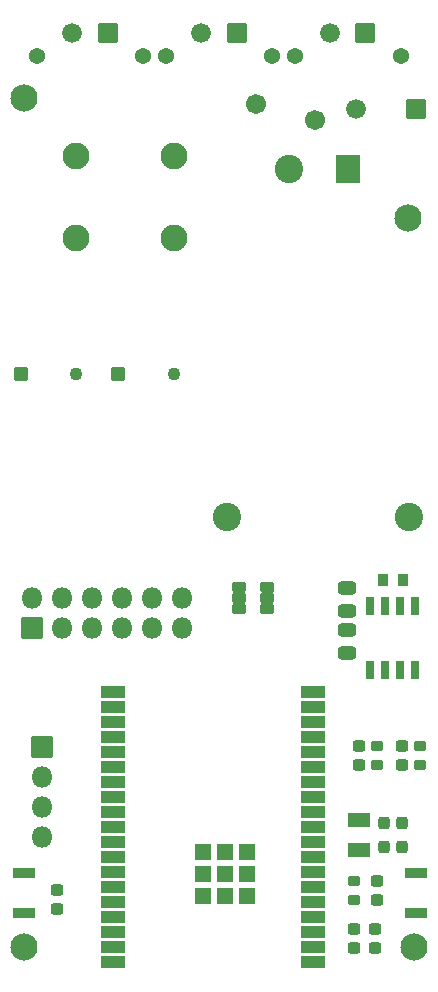
<source format=gbr>
%TF.GenerationSoftware,KiCad,Pcbnew,(5.99.0-10457-g21fde9b629)*%
%TF.CreationDate,2021-05-02T13:24:45-05:00*%
%TF.ProjectId,reptile-monitor,72657074-696c-4652-9d6d-6f6e69746f72,1*%
%TF.SameCoordinates,Original*%
%TF.FileFunction,Soldermask,Top*%
%TF.FilePolarity,Negative*%
%FSLAX46Y46*%
G04 Gerber Fmt 4.6, Leading zero omitted, Abs format (unit mm)*
G04 Created by KiCad (PCBNEW (5.99.0-10457-g21fde9b629)) date 2021-05-02 13:24:45*
%MOMM*%
%LPD*%
G01*
G04 APERTURE LIST*
G04 Aperture macros list*
%AMRoundRect*
0 Rectangle with rounded corners*
0 $1 Rounding radius*
0 $2 $3 $4 $5 $6 $7 $8 $9 X,Y pos of 4 corners*
0 Add a 4 corners polygon primitive as box body*
4,1,4,$2,$3,$4,$5,$6,$7,$8,$9,$2,$3,0*
0 Add four circle primitives for the rounded corners*
1,1,$1+$1,$2,$3*
1,1,$1+$1,$4,$5*
1,1,$1+$1,$6,$7*
1,1,$1+$1,$8,$9*
0 Add four rect primitives between the rounded corners*
20,1,$1+$1,$2,$3,$4,$5,0*
20,1,$1+$1,$4,$5,$6,$7,0*
20,1,$1+$1,$6,$7,$8,$9,0*
20,1,$1+$1,$8,$9,$2,$3,0*%
G04 Aperture macros list end*
%ADD10C,2.301600*%
%ADD11RoundRect,0.244150X0.281650X-0.244150X0.281650X0.244150X-0.281650X0.244150X-0.281650X-0.244150X0*%
%ADD12RoundRect,0.050800X-1.000000X0.450000X-1.000000X-0.450000X1.000000X-0.450000X1.000000X0.450000X0*%
%ADD13RoundRect,0.050800X-0.665000X0.665000X-0.665000X-0.665000X0.665000X-0.665000X0.665000X0.665000X0*%
%ADD14RoundRect,0.050800X-0.785000X-0.785000X0.785000X-0.785000X0.785000X0.785000X-0.785000X0.785000X0*%
%ADD15C,1.671600*%
%ADD16C,1.371600*%
%ADD17RoundRect,0.275400X-0.500400X0.275400X-0.500400X-0.275400X0.500400X-0.275400X0.500400X0.275400X0*%
%ADD18RoundRect,0.050800X-1.000000X1.150000X-1.000000X-1.150000X1.000000X-1.150000X1.000000X1.150000X0*%
%ADD19C,2.401600*%
%ADD20RoundRect,0.050800X-0.850000X-0.850000X0.850000X-0.850000X0.850000X0.850000X-0.850000X0.850000X0*%
%ADD21O,1.801600X1.801600*%
%ADD22RoundRect,0.250400X-0.250400X-0.275400X0.250400X-0.275400X0.250400X0.275400X-0.250400X0.275400X0*%
%ADD23RoundRect,0.250400X-0.275400X0.250400X-0.275400X-0.250400X0.275400X-0.250400X0.275400X0.250400X0*%
%ADD24RoundRect,0.050800X-0.850000X0.400000X-0.850000X-0.400000X0.850000X-0.400000X0.850000X0.400000X0*%
%ADD25RoundRect,0.225400X-0.300400X0.225400X-0.300400X-0.225400X0.300400X-0.225400X0.300400X0.225400X0*%
%ADD26RoundRect,0.225400X0.300400X-0.225400X0.300400X0.225400X-0.300400X0.225400X-0.300400X-0.225400X0*%
%ADD27RoundRect,0.225400X0.225400X0.300400X-0.225400X0.300400X-0.225400X-0.300400X0.225400X-0.300400X0*%
%ADD28RoundRect,0.050800X0.500000X-0.500000X0.500000X0.500000X-0.500000X0.500000X-0.500000X-0.500000X0*%
%ADD29C,2.268946*%
%ADD30C,1.101600*%
%ADD31RoundRect,0.050800X0.787500X0.787500X-0.787500X0.787500X-0.787500X-0.787500X0.787500X-0.787500X0*%
%ADD32C,1.676600*%
%ADD33RoundRect,0.050800X-0.500000X-0.350000X0.500000X-0.350000X0.500000X0.350000X-0.500000X0.350000X0*%
%ADD34C,1.701600*%
%ADD35RoundRect,0.050800X0.850000X-0.850000X0.850000X0.850000X-0.850000X0.850000X-0.850000X-0.850000X0*%
%ADD36RoundRect,0.050800X0.900000X-0.500000X0.900000X0.500000X-0.900000X0.500000X-0.900000X-0.500000X0*%
%ADD37RoundRect,0.050800X0.325000X0.750000X-0.325000X0.750000X-0.325000X-0.750000X0.325000X-0.750000X0*%
G04 APERTURE END LIST*
D10*
%TO.C,REF2*%
X133858000Y-116840000D03*
X133858000Y-116840000D03*
%TD*%
D11*
%TO.C,D1*%
X162179000Y-101371500D03*
X162179000Y-99796500D03*
%TD*%
%TO.C,D2*%
X165862000Y-101371500D03*
X165862000Y-99796500D03*
%TD*%
D12*
%TO.C,IC1*%
X158363988Y-118115000D03*
X158363988Y-116845000D03*
X158363988Y-115575000D03*
X158363988Y-114305000D03*
X158363988Y-113035000D03*
X158363988Y-111765000D03*
X158363988Y-110495000D03*
X158363988Y-109225000D03*
X158363988Y-107955000D03*
X158363988Y-106685000D03*
X158363988Y-105415000D03*
X158363988Y-104145000D03*
X158363988Y-102875000D03*
X158363988Y-101605000D03*
X158363988Y-100335000D03*
X158363988Y-99065000D03*
X158363988Y-97795000D03*
X158363988Y-96525000D03*
X158363988Y-95255000D03*
X141363988Y-95255000D03*
X141363988Y-96525000D03*
X141363988Y-97795000D03*
X141363988Y-99065000D03*
X141363988Y-100335000D03*
X141363988Y-101605000D03*
X141363988Y-102875000D03*
X141363988Y-104145000D03*
X141363988Y-105415000D03*
X141363988Y-106685000D03*
X141363988Y-107955000D03*
X141363988Y-109225000D03*
X141363988Y-110495000D03*
X141363988Y-111765000D03*
X141363988Y-113035000D03*
X141363988Y-114305000D03*
X141363988Y-115575000D03*
X141363988Y-116845000D03*
X141363988Y-118115000D03*
D13*
X150863988Y-110615000D03*
X152698988Y-112450000D03*
X152698988Y-110615000D03*
X152698988Y-108780000D03*
X150863988Y-108780000D03*
X149028988Y-108780000D03*
X149028988Y-110615000D03*
X149028988Y-112450000D03*
X150863988Y-112450000D03*
%TD*%
D14*
%TO.C,J7*%
X151868000Y-39430999D03*
D15*
X148868000Y-39430999D03*
D16*
X145868000Y-41390999D03*
X154868000Y-41390999D03*
%TD*%
D17*
%TO.C,C1*%
X161163000Y-86426000D03*
X161163000Y-88326000D03*
%TD*%
D18*
%TO.C,PS1*%
X161250000Y-50969500D03*
D19*
X156250000Y-50969500D03*
X166450000Y-80369500D03*
X151050000Y-80369500D03*
%TD*%
D20*
%TO.C,J1*%
X135382000Y-99832000D03*
D21*
X135382000Y-102372000D03*
X135382000Y-104912000D03*
X135382000Y-107452000D03*
%TD*%
D22*
%TO.C,CL1*%
X164325000Y-108331000D03*
X165875000Y-108331000D03*
%TD*%
D23*
%TO.C,C8*%
X161798000Y-115303000D03*
X161798000Y-116853000D03*
%TD*%
D24*
%TO.C,SW2*%
X133858000Y-110568000D03*
X133858000Y-113968000D03*
%TD*%
D23*
%TO.C,C10*%
X136652000Y-112001000D03*
X136652000Y-113551000D03*
%TD*%
D25*
%TO.C,R8*%
X163703000Y-99759000D03*
X163703000Y-101409000D03*
%TD*%
D10*
%TO.C,REF1*%
X166370000Y-55118000D03*
%TD*%
D24*
%TO.C,SW1*%
X167005000Y-110568000D03*
X167005000Y-113968000D03*
%TD*%
D26*
%TO.C,R1*%
X161798000Y-112839000D03*
X161798000Y-111189000D03*
%TD*%
D27*
%TO.C,R12*%
X165925000Y-85725000D03*
X164275000Y-85725000D03*
%TD*%
D28*
%TO.C,K1*%
X141845000Y-68304999D03*
D29*
X146545001Y-49804998D03*
X146545001Y-56804999D03*
D30*
X146545001Y-68304999D03*
%TD*%
D10*
%TO.C,REF1*%
X133858000Y-44958000D03*
%TD*%
D17*
%TO.C,C2*%
X161163000Y-89982000D03*
X161163000Y-91882000D03*
%TD*%
D31*
%TO.C,F1*%
X167005000Y-45847000D03*
D32*
X161925000Y-45847000D03*
%TD*%
D23*
%TO.C,C7*%
X163576000Y-115303000D03*
X163576000Y-116853000D03*
%TD*%
D10*
%TO.C,REF3*%
X166878000Y-116840000D03*
X166878000Y-116840000D03*
%TD*%
D33*
%TO.C,U1*%
X152070509Y-86299000D03*
X152070509Y-87249000D03*
X152070509Y-88199000D03*
X154470509Y-88199000D03*
X154470509Y-87249000D03*
X154470509Y-86299000D03*
%TD*%
D34*
%TO.C,RV1*%
X153456000Y-45451000D03*
X158456000Y-46751000D03*
%TD*%
D23*
%TO.C,C9*%
X163703000Y-111239000D03*
X163703000Y-112789000D03*
%TD*%
D35*
%TO.C,J3*%
X134493000Y-89789000D03*
D21*
X134493000Y-87249000D03*
X137033000Y-89789000D03*
X137033000Y-87249000D03*
X139573000Y-89789000D03*
X139573000Y-87249000D03*
X142113000Y-89789000D03*
X142113000Y-87249000D03*
X144653000Y-89789000D03*
X144653000Y-87249000D03*
X147193000Y-89789000D03*
X147193000Y-87249000D03*
%TD*%
D36*
%TO.C,Y1*%
X162179000Y-106065000D03*
X162179000Y-108565000D03*
%TD*%
D28*
%TO.C,K2*%
X133570000Y-68304999D03*
D29*
X138270001Y-49804998D03*
X138270001Y-56804999D03*
D30*
X138270001Y-68304999D03*
%TD*%
D14*
%TO.C,J8*%
X140946000Y-39430999D03*
D15*
X137946000Y-39430999D03*
D16*
X143946000Y-41390999D03*
X134946000Y-41390999D03*
%TD*%
D22*
%TO.C,CL2*%
X164325000Y-106299000D03*
X165875000Y-106299000D03*
%TD*%
D14*
%TO.C,J2*%
X162766000Y-39430999D03*
D15*
X159766000Y-39430999D03*
D16*
X165766000Y-41390999D03*
X156766000Y-41390999D03*
%TD*%
D37*
%TO.C,U3*%
X163119994Y-93315008D03*
X164389994Y-93315008D03*
X165659994Y-93315008D03*
X166929994Y-93315008D03*
X166929994Y-87915008D03*
X165659994Y-87915008D03*
X164389994Y-87915008D03*
X163119994Y-87915008D03*
%TD*%
D26*
%TO.C,R13*%
X167386000Y-101409000D03*
X167386000Y-99759000D03*
%TD*%
G36*
X153941001Y-87636801D02*
G01*
X153951848Y-87644048D01*
X153970708Y-87647800D01*
X154970310Y-87647800D01*
X154989170Y-87644048D01*
X155000017Y-87636801D01*
X155002013Y-87636670D01*
X155003124Y-87638333D01*
X155002791Y-87639575D01*
X154992943Y-87654314D01*
X154971826Y-87721753D01*
X154992952Y-87793700D01*
X155002791Y-87808425D01*
X155002922Y-87810421D01*
X155001259Y-87811532D01*
X155000017Y-87811199D01*
X154989170Y-87803952D01*
X154970310Y-87800200D01*
X153970708Y-87800200D01*
X153951848Y-87803952D01*
X153941001Y-87811199D01*
X153939005Y-87811330D01*
X153937894Y-87809667D01*
X153938227Y-87808425D01*
X153948075Y-87793686D01*
X153969192Y-87726247D01*
X153948066Y-87654300D01*
X153938227Y-87639575D01*
X153938096Y-87637579D01*
X153939759Y-87636468D01*
X153941001Y-87636801D01*
G37*
G36*
X151541001Y-87636801D02*
G01*
X151551848Y-87644048D01*
X151570708Y-87647800D01*
X152570310Y-87647800D01*
X152589170Y-87644048D01*
X152600017Y-87636801D01*
X152602013Y-87636670D01*
X152603124Y-87638333D01*
X152602791Y-87639575D01*
X152592943Y-87654314D01*
X152571826Y-87721753D01*
X152592952Y-87793700D01*
X152602791Y-87808425D01*
X152602922Y-87810421D01*
X152601259Y-87811532D01*
X152600017Y-87811199D01*
X152589170Y-87803952D01*
X152570310Y-87800200D01*
X151570708Y-87800200D01*
X151551848Y-87803952D01*
X151541001Y-87811199D01*
X151539005Y-87811330D01*
X151537894Y-87809667D01*
X151538227Y-87808425D01*
X151548075Y-87793686D01*
X151569192Y-87726247D01*
X151548066Y-87654300D01*
X151538227Y-87639575D01*
X151538096Y-87637579D01*
X151539759Y-87636468D01*
X151541001Y-87636801D01*
G37*
G36*
X151541001Y-86686801D02*
G01*
X151551848Y-86694048D01*
X151570708Y-86697800D01*
X152570310Y-86697800D01*
X152589170Y-86694048D01*
X152600017Y-86686801D01*
X152602013Y-86686670D01*
X152603124Y-86688333D01*
X152602791Y-86689575D01*
X152592943Y-86704314D01*
X152571826Y-86771753D01*
X152592952Y-86843700D01*
X152602791Y-86858425D01*
X152602922Y-86860421D01*
X152601259Y-86861532D01*
X152600017Y-86861199D01*
X152589170Y-86853952D01*
X152570310Y-86850200D01*
X151570708Y-86850200D01*
X151551848Y-86853952D01*
X151541001Y-86861199D01*
X151539005Y-86861330D01*
X151537894Y-86859667D01*
X151538227Y-86858425D01*
X151548075Y-86843686D01*
X151569192Y-86776247D01*
X151548066Y-86704300D01*
X151538227Y-86689575D01*
X151538096Y-86687579D01*
X151539759Y-86686468D01*
X151541001Y-86686801D01*
G37*
G36*
X153941001Y-86686801D02*
G01*
X153951848Y-86694048D01*
X153970708Y-86697800D01*
X154970310Y-86697800D01*
X154989170Y-86694048D01*
X155000017Y-86686801D01*
X155002013Y-86686670D01*
X155003124Y-86688333D01*
X155002791Y-86689575D01*
X154992943Y-86704314D01*
X154971826Y-86771753D01*
X154992952Y-86843700D01*
X155002791Y-86858425D01*
X155002922Y-86860421D01*
X155001259Y-86861532D01*
X155000017Y-86861199D01*
X154989170Y-86853952D01*
X154970310Y-86850200D01*
X153970708Y-86850200D01*
X153951848Y-86853952D01*
X153941001Y-86861199D01*
X153939005Y-86861330D01*
X153937894Y-86859667D01*
X153938227Y-86858425D01*
X153948075Y-86843686D01*
X153969192Y-86776247D01*
X153948066Y-86704300D01*
X153938227Y-86689575D01*
X153938096Y-86687579D01*
X153939759Y-86686468D01*
X153941001Y-86686801D01*
G37*
M02*

</source>
